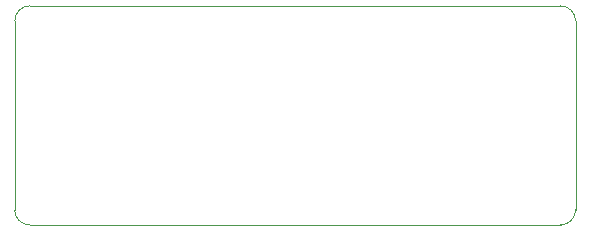
<source format=gm1>
G04 #@! TF.GenerationSoftware,KiCad,Pcbnew,7.0.2*
G04 #@! TF.CreationDate,2023-10-30T14:31:13+01:00*
G04 #@! TF.ProjectId,programmer_board,70726f67-7261-46d6-9d65-725f626f6172,rev?*
G04 #@! TF.SameCoordinates,Original*
G04 #@! TF.FileFunction,Profile,NP*
%FSLAX46Y46*%
G04 Gerber Fmt 4.6, Leading zero omitted, Abs format (unit mm)*
G04 Created by KiCad (PCBNEW 7.0.2) date 2023-10-30 14:31:13*
%MOMM*%
%LPD*%
G01*
G04 APERTURE LIST*
G04 #@! TA.AperFunction,Profile*
%ADD10C,0.100000*%
G04 #@! TD*
G04 APERTURE END LIST*
D10*
X83448026Y-85852000D02*
X83439000Y-101854000D01*
X130927974Y-101854000D02*
X130927974Y-85852000D01*
X129657974Y-103123974D02*
G75*
G03*
X130927974Y-101854000I26J1269974D01*
G01*
X84718026Y-84582026D02*
G75*
G03*
X83448026Y-85852000I-26J-1269974D01*
G01*
X83439000Y-101854000D02*
G75*
G03*
X84709000Y-103124000I1270000J0D01*
G01*
X130928000Y-85852000D02*
G75*
G03*
X129657974Y-84582000I-1270000J0D01*
G01*
X84709000Y-103124000D02*
X129657974Y-103124000D01*
X84718026Y-84582000D02*
X129657974Y-84582000D01*
M02*

</source>
